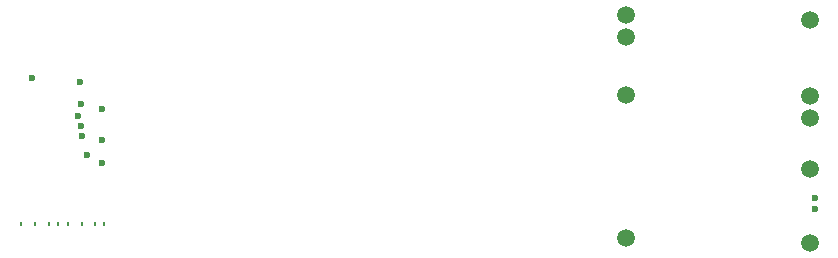
<source format=gbr>
%TF.GenerationSoftware,KiCad,Pcbnew,9.0.6*%
%TF.CreationDate,2025-11-09T20:54:40-05:00*%
%TF.ProjectId,TTEFI,54544546-492e-46b6-9963-61645f706362,rev?*%
%TF.SameCoordinates,Original*%
%TF.FileFunction,Soldermask,Top*%
%TF.FilePolarity,Negative*%
%FSLAX46Y46*%
G04 Gerber Fmt 4.6, Leading zero omitted, Abs format (unit mm)*
G04 Created by KiCad (PCBNEW 9.0.6) date 2025-11-09 20:54:40*
%MOMM*%
%LPD*%
G01*
G04 APERTURE LIST*
%ADD10C,1.500000*%
%ADD11C,0.600000*%
%ADD12O,0.200000X0.399999*%
%ADD13C,0.599999*%
G04 APERTURE END LIST*
D10*
%TO.C,M1*%
X160199996Y-90799982D03*
X160199996Y-97199979D03*
X160199996Y-99099982D03*
X160199996Y-103399982D03*
D11*
X160649995Y-105799979D03*
X160649995Y-106799980D03*
D10*
X160199996Y-109649982D03*
X144699999Y-90349980D03*
X144699999Y-92199979D03*
X144699999Y-97149982D03*
X144699999Y-109199980D03*
%TD*%
D12*
%TO.C,M3*%
X100500000Y-108000000D03*
X99740021Y-108000000D03*
X98565028Y-108000000D03*
X97390041Y-108000000D03*
X96550129Y-108000000D03*
X95800057Y-108000000D03*
X94625046Y-108000000D03*
X93450049Y-108000000D03*
D13*
X98490052Y-97900393D03*
X100325062Y-98325401D03*
X98275054Y-98875398D03*
X98490049Y-99750357D03*
X98565056Y-100600380D03*
X100325062Y-100925396D03*
X99015062Y-102225363D03*
X100325062Y-102875380D03*
X94400047Y-95700377D03*
X98475053Y-96000379D03*
%TD*%
M02*

</source>
